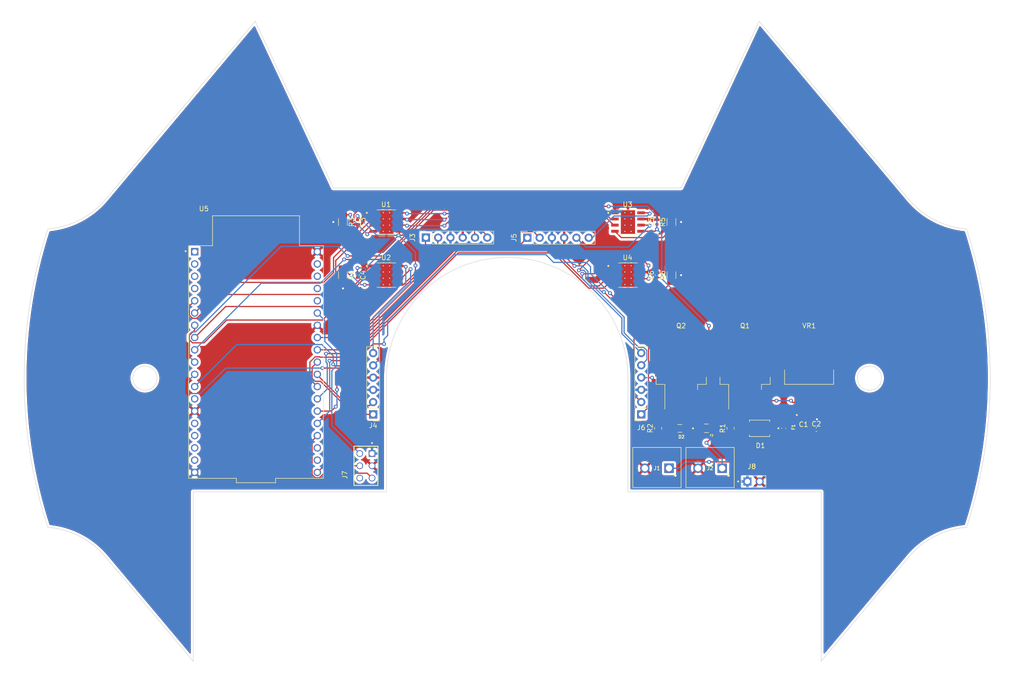
<source format=kicad_pcb>
(kicad_pcb (version 20211014) (generator pcbnew)
  (layers (0 "F.Cu" signal) (31 "B.Cu" signal) (34 "B.Paste" user) (35 "F.Paste" user) (36 "B.SilkS" user "B.Silkscreen") (37 "F.SilkS" user "F.Silkscreen") (38 "B.Mask" user) (39 "F.Mask" user) (44 "Edge.Cuts" user))
  (net 0 "")
  (net 1 "/VL")
  (net 2 "GND")
  (net 3 "+5V")
  (net 4 "/VM")
  (net 5 "Net-(D1-Pad1)")
  (net 6 "Net-(D1-Pad2)")
  (net 7 "Net-(D2-PadA)")
  (net 8 "Net-(D2-PadC)")
  (net 9 "+7.5V")
  (net 10 "+15V")
  (net 11 "/M1ENCB")
  (net 12 "/M1ENCA")
  (net 13 "Net-(J3-Pad5)")
  (net 14 "Net-(J3-Pad6)")
  (net 15 "/M2ENCB")
  (net 16 "/M2ENCA")
  (net 17 "Net-(J4-Pad5)")
  (net 18 "Net-(J4-Pad6)")
  (net 19 "/M3ENCB")
  (net 20 "/M3ENCA")
  (net 21 "Net-(J5-Pad5)")
  (net 22 "Net-(J5-Pad6)")
  (net 23 "/M4ENCB")
  (net 24 "/M4ENCA")
  (net 25 "Net-(J6-Pad5)")
  (net 26 "Net-(J6-Pad6)")
  (net 27 "/SDA{slash}MOSI")
  (net 28 "/SCL")
  (net 29 "/RST")
  (net 31 "Net-(Q1-Pad1)")
  (net 32 "Net-(Q2-Pad1)")
  (net 33 "Net-(R3-Pad1)")
  (net 34 "Net-(R4-Pad1)")
  (net 35 "Net-(R5-Pad1)")
  (net 36 "Net-(R6-Pad1)")
  (net 37 "Net-(U1-Pad2)")
  (net 38 "Net-(U1-Pad3)")
  (net 39 "Net-(U2-Pad2)")
  (net 40 "Net-(U2-Pad3)")
  (net 41 "Net-(U3-Pad2)")
  (net 42 "Net-(U3-Pad3)")
  (net 43 "Net-(U4-Pad2)")
  (net 44 "Net-(U4-Pad3)")
  (footprint "UA7805CKTTR:TO254P1524X483-4N" (layer "F.Cu") (at 212.5 95.98 90)
    (fp_text reference "VR1")
    (fp_text value "UA7805CKTTR")
  )
  (footprint "Resistor_SMD:R_1206_3216Metric" (layer "F.Cu") (at 184 65 90)
    (fp_text reference "R5")
    (fp_text value "200R")
  )
  (footprint "BZT52B13_RHGzener13:DIO_BZT52B13_RHG" (layer "F.Cu") (at 185.75 107.75 180)
    (fp_text reference "D2")
    (fp_text value "BZT52B13_RHG")
  )
  (footprint "Package_TO_SOT_SMD:TO-263-2" (layer "F.Cu") (at 199.25 95.68 90)
    (fp_text reference "Q1")
    (fp_text value "IRLZ44N")
  )
  (footprint "Connector_PinSocket_2.54mm:PinSocket_1x06_P2.54mm_Vertical" (layer "F.Cu") (at 133.175 68.225 90)
    (fp_text reference "J3")
    (fp_text value "Conn_01x06_Male")
  )
  (footprint "Resistor_SMD:R_1206_3216Metric" (layer "F.Cu") (at 184 76 90)
    (fp_text reference "R6")
    (fp_text value "200R")
  )
  (footprint "Connector_PinSocket_2.54mm:PinSocket_1x06_P2.54mm_Vertical" (layer "F.Cu") (at 154.175 68.25 90)
    (fp_text reference "J5")
    (fp_text value "Conn_01x06_Male")
  )
  (footprint "Connector_PinSocket_2.54mm:PinSocket_1x06_P2.54mm_Vertical" (layer "F.Cu") (at 177.75 104.83 180)
    (fp_text reference "J6")
    (fp_text value "Conn_01x06_Male")
  )
  (footprint "DRV8870DDAR:VREG_LM5017MR_NOPB" (layer "F.Cu") (at 125 65)
    (fp_text reference "U1")
    (fp_text value "DRV8870DDAR")
  )
  (footprint "Resistor_SMD:R_0805_2012Metric" (layer "F.Cu") (at 196.25 107.73 90)
    (fp_text reference "R1")
    (fp_text value "420R")
  )
  (footprint "Capacitor_SMD:C_0402_1005Metric" (layer "F.Cu") (at 181 76 90)
    (fp_text reference "C6")
    (fp_text value "0.1UF20V")
  )
  (footprint "2 Position Wire to Board Terminal Block Horizontal with Board 0.197 (5:2 Position Wire to Board Terminal Block Horizontal with Board 0.197 (5.00mm) Through Hole" (layer "F.Cu") (at 192 116 180)
    (fp_text reference "J2")
    (fp_text value "4s Li-Po")
  )
  (footprint "2con78511-202:AMPHENOL_78511-202" (layer "F.Cu") (at 201 118.75)
    (fp_text reference "J8")
    (fp_text value "78511-202")
  )
  (footprint "0686F2000-01FUSE:FUSC1608X60N" (layer "F.Cu") (at 207.25 107.73 90)
    (fp_text reference "F1")
    (fp_text value "Fuse2A")
  )
  (footprint "DRV8870DDAR:VREG_LM5017MR_NOPB" (layer "F.Cu") (at 125 76)
    (fp_text reference "U2")
    (fp_text value "DRV8870DDAR")
  )
  (footprint "SSQ-103-01-T-D:SAMTEC_SSQ-103-01-T-D" (layer "F.Cu") (at 120.75 115.5 90)
    (fp_text reference "J7")
    (fp_text value "SSQ-103-01-T-D")
  )
  (footprint "SODFL4725X110Nzener6:SODFL4725X110N" (layer "F.Cu") (at 202.25 107.73 180)
    (fp_text reference "D1")
    (fp_text value "Zener6.6V")
  )
  (footprint "Capacitor_SMD:C_0201_0603Metric" (layer "F.Cu") (at 211.345 107.98)
    (fp_text reference "C1")
    (fp_text value "0.33UF20V")
  )
  (footprint "FUSC3215X85N:FUSC3215X85N" (layer "F.Cu") (at 191.25 107.73 180)
    (fp_text reference "F2")
    (fp_text value "Fuse20A")
  )
  (footprint "DRV8870DDAR:VREG_LM5017MR_NOPB" (layer "F.Cu") (at 175 65)
    (fp_text reference "U3")
    (fp_text value "DRV8870DDAR")
  )
  (footprint "Capacitor_SMD:C_0402_1005Metric" (layer "F.Cu") (at 181 65 90)
    (fp_text reference "C5")
    (fp_text value "0.1UF20V")
  )
  (footprint "Resistor_SMD:R_0805_2012Metric" (layer "F.Cu") (at 181.25 107.73 90)
    (fp_text reference "R2")
    (fp_text value "420R")
  )
  (footprint "DRV8870DDAR:VREG_LM5017MR_NOPB" (layer "F.Cu") (at 175 76)
    (fp_text reference "U4")
    (fp_text value "DRV8870DDAR")
  )
  (footprint "2 Position Wire to Board Terminal Block Horizontal with Board 0.197 (5:2 Position Wire to Board Terminal Block Horizontal with Board 0.197 (5.00mm) Through Hole" (layer "F.Cu") (at 181 116 180)
    (fp_text reference "J1")
    (fp_text value "2S Li-Po")
  )
  (footprint "Resistor_SMD:R_1206_3216Metric" (layer "F.Cu") (at 116 76 -90)
    (fp_text reference "R4")
    (fp_text value "200R")
  )
  (footprint "Connector_PinHeader_2.54mm:PinHeader_1x06_P2.54mm_Vertical" (layer "F.Cu") (at 122.25 104.85 180)
    (fp_text reference "J4")
    (fp_text value "Conn_01x06_Male")
  )
  (footprint "Capacitor_SMD:C_0402_1005Metric" (layer "F.Cu") (at 214 108)
    (fp_text reference "C2")
    (fp_text value "0.1UF20V")
  )
  (footprint "Resistor_SMD:R_1206_3216Metric" (layer "F.Cu") (at 116 65 -90)
    (fp_text reference "R3")
    (fp_text value "200R")
  )
  (footprint "Capacitor_SMD:C_0402_1005Metric" (layer "F.Cu") (at 119 76 -90)
    (fp_text reference "C4")
    (fp_text value "0.1UF20V")
  )
  (footprint "Package_TO_SOT_SMD:TO-263-2" (layer "F.Cu") (at 186.025 95.68 90)
    (fp_text reference "Q2")
    (fp_text value "IRLZ44N")
  )
  (footprint "Capacitor_SMD:C_0402_1005Metric" (layer "F.Cu") (at 119 65 -90)
    (fp_text reference "C3")
    (fp_text value "0.1UF20V")
  )
  (footprint "ESP32-DEVKITC:MODULE_ESP32-DEVKITC" (layer "F.Cu") (at 98 94)
    (fp_text reference "U5")
    (fp_text value "ESP32-DEVKITC")
  )
  (gr_arc (start 245.107027 66.440684) (mid 238.480728 64.548781) (end 233.098578 60.245343) (layer "Edge.Cuts") (width 0.1))
  (gr_circle (center 75 97.338147) (end 75 94.838147) (layer "Edge.Cuts") (width 0.1) (fill none))
  (gr_circle (center 225 97.338147) (end 225 94.838147) (layer "Edge.Cuts") (width 0.1) (fill none))
  (gr_arc (start 66.90142 60.245343) (mid 61.519267 64.548777) (end 54.892971 66.440684) (layer "Edge.Cuts") (width 0.1))
  (gr_line (start 233.098578 60.245343) (end 202.172259 23.388791) (layer "Edge.Cuts") (width 0.1))
  (gr_line (start 202.172259 23.388791) (end 185.999999 57.921956) (layer "Edge.Cuts") (width 0.1))
  (gr_line (start 124.999999 120.895385) (end 124.999999 97.338148) (layer "Edge.Cuts") (width 0.1))
  (gr_line (start 66.90142 134.430953) (end 85 156) (layer "Edge.Cuts") (width 0.1))
  (gr_line (start 174.999999 97.338148) (end 174.999999 120.895385) (layer "Edge.Cuts") (width 0.1))
  (gr_arc (start 233.098579 134.430952) (mid 238.480731 130.127518) (end 245.107027 128.235611) (layer "Edge.Cuts") (width 0.1))
  (gr_line (start 185.999999 57.921956) (end 113.999999 57.921956) (layer "Edge.Cuts") (width 0.1))
  (gr_arc (start 54.892971 128.235612) (mid 49.999999 97.338148) (end 54.892971 66.440684) (layer "Edge.Cuts") (width 0.1))
  (gr_line (start 97.82774 23.388791) (end 66.90142 60.245343) (layer "Edge.Cuts") (width 0.1))
  (gr_line (start 85 120.895385) (end 124.999999 120.895385) (layer "Edge.Cuts") (width 0.1))
  (gr_arc (start 245.107027 66.440684) (mid 249.999999 97.338147) (end 245.107027 128.235611) (layer "Edge.Cuts") (width 0.1))
  (gr_line (start 215 155.999999) (end 233.098579 134.430952) (layer "Edge.Cuts") (width 0.1))
  (gr_line (start 174.999999 120.895385) (end 215 120.895385) (layer "Edge.Cuts") (width 0.1))
  (gr_arc (start 124.999999 97.338147) (mid 150 72.338148) (end 174.999999 97.338148) (layer "Edge.Cuts") (width 0.1))
  (gr_line (start 215 120.895385) (end 215 155.999999) (layer "Edge.Cuts") (width 0.1))
  (gr_line (start 113.999999 57.921956) (end 97.82774 23.388791) (layer "Edge.Cuts") (width 0.1))
  (gr_line (start 85 156) (end 85 120.895385) (layer "Edge.Cuts") (width 0.1))
  (gr_arc (start 54.892971 128.235612) (mid 61.519267 130.127519) (end 66.90142 134.430953) (layer "Edge.Cuts") (width 0.1))
  (segment (start 209.96 106.915) (end 209.96 102.38) (width 0.25) (layer "F.Cu") (net 1))
  (segment (start 209.96 102.38) (end 209.13 102.38) (width 0.25) (layer "F.Cu") (net 1))
  (segment (start 211.025 107.98) (end 209.96 106.915) (width 0.25) (layer "F.Cu") (net 1))
  (segment (start 209.13 102.38) (end 208.75 102) (width 0.25) (layer "F.Cu") (net 1))
  (segment (start 205.75 102) (end 202.335 102) (width 0.25) (layer "F.Cu") (net 1))
  (segment (start 202.335 102) (end 201.79 101.455) (width 0.25) (layer "F.Cu") (net 1))
  (via (at 208.75 102) (size 0.8) (drill 0.4) (layers "F.Cu" "B.Cu") (net 1))
  (via (at 205.75 102) (size 0.8) (drill 0.4) (layers "F.Cu" "B.Cu") (net 1))
  (segment (start 208.75 102) (end 205.75 102) (width 0.25) (layer "B.Cu") (net 1))
  (segment (start 122.3 74.095) (end 122.816752 74.095) (width 0.25) (layer "F.Cu") (net 2))
  (segment (start 121.716213 74.095) (end 122.3 74.095) (width 0.25) (layer "F.Cu") (net 2))
  (segment (start 119 65.48) (end 118.645 65.125) (width 0.25) (layer "F.Cu") (net 2))
  (segment (start 127.7 64.365) (end 126.385 64.365) (width 0.25) (layer "F.Cu") (net 2))
  (segment (start 173.875 75.546752) (end 174.328248 76) (width 0.25) (layer "F.Cu") (net 2))
  (segment (start 124.328248 76) (end 125 76) (width 0.25) (layer "F.Cu") (net 2))
  (segment (start 123.875 75.153248) (end 123.875 75.546752) (width 0.25) (layer "F.Cu") (net 2))
  (segment (start 118.275 63.449695) (end 119.224695 62.5) (width 0.25) (layer "F.Cu") (net 2))
  (segment (start 119.331213 76.48) (end 121.716213 74.095) (width 0.25) (layer "F.Cu") (net 2))
  (segment (start 118.637391 65.125) (end 118.275 64.762609) (width 0.25) (layer "F.Cu") (net 2))
  (segment (start 119.224695 62.5) (end 121 62.5) (width 0.25) (layer "F.Cu") (net 2))
  (segment (start 129.115 64.365) (end 129.25 64.5) (width 0.25) (layer "F.Cu") (net 2))
  (segment (start 118.275 64.762609) (end 118.275 63.449695) (width 0.25) (layer "F.Cu") (net 2))
  (segment (start 121 62.5) (end 121.595 63.095) (width 0.25) (layer "F.Cu") (net 2))
  (segment (start 127.7 64.365) (end 129.115 64.365) (width 0.25) (layer "F.Cu") (net 2))
  (segment (start 177.065 76) (end 177.7 75.365) (width 0.25) (layer "F.Cu") (net 2))
  (segment (start 127.7 75.365) (end 126.125001 75.365) (width 0.25) (layer "F.Cu") (net 2))
  (segment (start 121.595 63.095) (end 122.3 63.095) (width 0.25) (layer "F.Cu") (net 2))
  (segment (start 119 76.48) (end 119.331213 76.48) (width 0.25) (layer "F.Cu") (net 2))
  (segment (start 172.816752 74.095) (end 173.875 75.153248) (width 0.25) (layer "F.Cu") (net 2))
  (segment (start 122.816752 74.095) (end 123.875 75.153248) (width 0.25) (layer "F.Cu") (net 2))
  (segment (start 174.328248 76) (end 175 76) (width 0.25) (layer "F.Cu") (net 2))
  (segment (start 123.875 75.546752) (end 124.328248 76) (width 0.25) (layer "F.Cu") (net 2))
  (segment (start 173.875 75.153248) (end 173.875 75.546752) (width 0.25) (layer "F.Cu") (net 2))
  (segment (start 118.645 65.125) (end 118.637391 65.125) (width 0.25) (layer "F.Cu") (net 2))
  (segment (start 175 76) (end 177.065 76) (width 0.25) (layer "F.Cu") (net 2))
  (segment (start 172.3 74.095) (end 172.816752 74.095) (width 0.25) (layer "F.Cu") (net 2))
  (via (at 137 64.5) (size 0.8) (drill 0.4) (layers "F.Cu" "B.Cu") (net 2))
  (via (at 180 97.25) (size 0.8) (drill 0.4) (layers "F.Cu" "B.Cu") (net 2))
  (via (at 129.25 64.5) (size 0.8) (drill 0.4) (layers "F.Cu" "B.Cu") (net 2))
  (segment (start 129.25 64.5) (end 137 64.5) (width 0.25) (layer "B.Cu") (net 2))
  (segment (start 177.75 97.21) (end 177.79 97.25) (width 0.25) (layer "B.Cu") (net 2))
  (segment (start 177.79 97.25) (end 180 97.25) (width 0.25) (layer "B.Cu") (net 2))
  (segment (start 115.4625 66.4625) (end 114 65) (width 0.25) (layer "F.Cu") (net 3))
  (segment (start 184.5375 74.5375) (end 184 74.5375) (width 0.25) (layer "F.Cu") (net 3))
  (segment (start 186 76) (end 184.5375 74.5375) (width 0.25) (layer "F.Cu") (net 3))
  (segment (start 215.04 102.38) (end 215.04 104.94) (width 0.25) (layer "F.Cu") (net 3))
  (segment (start 213.5 106.48) (end 213.98 106) (width 0.25) (layer "F.Cu") (net 3))
  (segment (start 186 65) (end 184.5375 63.5375) (width 0.25) (layer "F.Cu") (net 3))
  (segment (start 215.04 104.94) (end 213.98 106) (width 0.25) (layer "F.Cu") (net 3))
  (segment (start 213.5 108) (end 213.5 106.48) (width 0.25) (layer "F.Cu") (net 3))
  (segment (start 116 66.4625) (end 115.4625 66.4625) (width 0.25) (layer "F.Cu") (net 3))
  (segment (start 184.5375 63.5375) (end 184 63.5375) (width 0.25) (layer "F.Cu") (net 3))
  (segment (start 116 78.75) (end 116 77.4625) (width 0.25) (layer "F.Cu") (net 3))
  (via (at 116 78.75) (size 0.8) (drill 0.4) (layers "F.Cu" "B.Cu") (net 3))
  (via (at 186 76) (size 0.8) (drill 0.4) (layers "F.Cu" "B.Cu") (net 3))
  (via (at 114 65) (size 0.8) (drill 0.4) (layers "F.Cu" "B.Cu") (net 3))
  (via (at 186 65) (size 0.8) (drill 0.4) (layers "F.Cu" "B.Cu") (net 3))
  (via (at 214.115 105.865) (size 0.8) (drill 0.4) (layers "F.Cu" "B.Cu") (net 3))
  (segment (start 182 76.5) (end 181.02 76.5) (width 0.25) (layer "F.Cu") (net 4))
  (segment (start 127.7 67.55) (end 127.5 67.75) (width 0.25) (layer "F.Cu") (net 4))
  (segment (start 128.594709 77.905) (end 127.7 77.905) (width 0.25) (layer "F.Cu") (net 4))
  (segment (start 181 66.5) (end 180.595 66.905) (width 0.25) (layer "F.Cu") (net 4))
  (segment (start 170 61.75) (end 169.875 61.625) (width 0.25) (layer "F.Cu") (net 4))
  (segment (start 169.875 61.625) (end 134.400305 61.625) (width 0.25) (layer "F.Cu") (net 4))
  (segment (start 131 74) (end 131 75.499709) (width 0.25) (layer "F.Cu") (net 4))
  (segment (start 180.595 66.905) (end 177.7 66.905) (width 0.25) (layer "F.Cu") (net 4))
  (segment (start 131 75.499709) (end 128.594709 77.905) (width 0.25) (layer "F.Cu") (net 4))
  (segment (start 179.575 77.905) (end 181 76.48) (width 0.25) (layer "F.Cu") (net 4))
  (segment (start 177.7 77.905) (end 179.575 77.905) (width 0.25) (layer "F.Cu") (net 4))
  (segment (start 119 75.52) (end 119 74.5) (width 0.25) (layer "F.Cu") (net 4))
  (segment (start 171 61.75) (end 170 61.75) (width 0.25) (layer "F.Cu") (net 4))
  (segment (start 127.7 66.905) (end 127.7 67.55) (width 0.25) (layer "F.Cu") (net 4))
  (segment (start 134.400305 61.625) (end 128.275305 67.75) (width 0.25) (layer "F.Cu") (net 4))
  (segment (start 119 63.75) (end 119 64.52) (width 0.25) (layer "F.Cu") (net 4))
  (segment (start 128.275305 67.75) (end 127.5 67.75) (width 0.25) (layer "F.Cu") (net 4))
  (segment (start 191.75 98.27) (end 191.75 86.5) (width 0.25) (layer "F.Cu") (net 4))
  (segment (start 188.565 101.455) (end 191.75 98.27) (width 0.25) (layer "F.Cu") (net 4))
  (segment (start 181.02 76.5) (end 181 76.48) (width 0.25) (layer "F.Cu") (net 4))
  (segment (start 181 65.48) (end 181 66.5) (width 0.25) (layer "F.Cu") (net 4))
  (via (at 131 74) (size 0.8) (drill 0.4) (layers "F.Cu" "B.Cu") (net 4))
  (via (at 127.5 67.75) (size 0.8) (drill 0.4) (layers "F.Cu" "B.Cu") (net 4))
  (via (at 182 76.5) (size 0.8) (drill 0.4) (layers "F.Cu" "B.Cu") (net 4))
  (via (at 119 63.75) (size 0.8) (drill 0.4) (layers "F.Cu" "B.Cu") (net 4))
  (via (at 191.75 86.5) (size 0.8) (drill 0.4) (layers "F.Cu" "B.Cu") (net 4))
  (via (at 119 74.5) (size 0.8) (drill 0.4) (layers "F.Cu" "B.Cu") (net 4))
  (via (at 181 66.5) (size 0.8) (drill 0.4) (layers "F.Cu" "B.Cu") (net 4))
  (via (at 171 61.75) (size 0.8) (drill 0.4) (layers "F.Cu" "B.Cu") (net 4))
  (segment (start 127.5 67.75) (end 123 67.75) (width 0.25) (layer "B.Cu") (net 4))
  (segment (start 181 66.5) (end 182 67.5) (width 0.25) (layer "B.Cu") (net 4))
  (segment (start 120.75 74.5) (end 127.5 67.75) (width 0.25) (layer "B.Cu") (net 4))
  (segment (start 179.025305 61.75) (end 181 63.724695) (width 0.25) (layer "B.Cu") (net 4))
  (segment (start 119 74.5) (end 120.75 74.5) (width 0.25) (layer "B.Cu") (net 4))
  (segment (start 131 71.25) (end 127.5 67.75) (width 0.25) (layer "B.Cu") (net 4))
  (segment (start 182 76.75) (end 182 76.5) (width 0.25) (layer "B.Cu") (net 4))
  (segment (start 182 67.5) (end 182 76.5) (width 0.25) (layer "B.Cu") (net 4))
  (segment (start 131 74) (end 131 71.25) (width 0.25) (layer "B.Cu") (net 4))
  (segment (start 181 63.724695) (end 181 66.5) (width 0.25) (layer "B.Cu") (net 4))
  (segment (start 171 61.75) (end 179.025305 61.75) (width 0.25) (layer "B.Cu") (net 4))
  (segment (start 191.75 86.5) (end 182 76.75) (width 0.25) (layer "B.Cu") (net 4))
  (segment (start 123 67.75) (end 119 63.75) (width 0.25) (layer "B.Cu") (net 4))
  (segment (start 204.45 107.73) (end 199.25 102.53) (width 0.25) (layer "F.Cu") (net 5))
  (segment (start 207.25 106.955) (end 205.225 106.955) (width 0.25) (layer "F.Cu") (net 5))
  (segment (start 199.25 102.53) (end 199.25 94.08) (width 0.25) (layer "F.Cu") (net 5))
  (segment (start 205.225 106.955) (end 204.45 107.73) (width 0.25) (layer "F.Cu") (net 5))
  (segment (start 200.05 107.73) (end 197.1625 107.73) (width 0.25) (layer "F.Cu") (net 6))
  (segment (start 197.1625 107.73) (end 196.25 108.6425) (width 0.25) (layer "F.Cu") (net 6))
  (segment (start 181.25 108.6425) (end 182.1425 107.75) (width 0.25) (layer "F.Cu") (net 7))
  (segment (start 182.1425 107.75) (end 184.32 107.75) (width 0.25) (layer "F.Cu") (net 7))
  (segment (start 186 92.33) (end 186.025 92.305) (width 0.25) (layer "F.Cu") (net 8))
  (segment (start 187.18 107.75) (end 189.825 107.75) (width 0.25) (layer "F.Cu") (net 8))
  (segment (start 187.18 107.75) (end 186 106.57) (width 0.25) (layer "F.Cu") (net 8))
  (segment (start 186 106.57) (end 186 92.33) (width 0.25) (layer "F.Cu") (net 8))
  (segment (start 189.825 107.75) (end 189.845 107.73) (width 0.25) (layer "F.Cu") (net 8))
  (segment (start 201.055 114.7) (end 207.25 108.505) (width 0.25) (layer "F.Cu") (net 9))
  (segment (start 191.8 114.7) (end 201.055 114.7) (width 0.25) (layer "F.Cu") (net 9))
  (via (at 191.8 114.7) (size 0.8) (drill 0.4) (layers "F.Cu" "B.Cu") (net 9))
  (segment (start 191.8 114.7) (end 186.78 114.7) (width 0.25) (layer "B.Cu") (net 9))
  (segment (start 186.78 114.7) (end 185.48 116) (width 0.25) (layer "B.Cu") (net 9))
  (segment (start 185.48 116) (end 183.5 116) (width 0.25) (layer "B.Cu") (net 9))
  (segment (start 192.655 109.325) (end 192.655 107.73) (width 0.25) (layer "F.Cu") (net 10))
  (segment (start 191.25 110.73) (end 192.655 109.325) (width 0.25) (layer "F.Cu") (net 10))
  (via (at 191.25 110.73) (size 0.8) (drill 0.4) (layers "F.Cu" "B.Cu") (net 10))
  (segment (start 194.5 114) (end 191.25 110.75) (width 0.25) (layer "B.Cu") (net 10))
  (segment (start 194.5 116) (end 194.5 114) (width 0.25) (layer "B.Cu") (net 10))
  (segment (start 191.25 110.75) (end 191.25 110.73) (width 0.25) (layer "B.Cu") (net 10))
  (segment (start 118.206105 88.93) (end 110.7 88.93) (width 0.25) (layer "F.Cu") (net 11))
  (segment (start 133.09 69) (end 133.09 74.046105) (width 0.25) (layer "F.Cu") (net 11))
  (segment (start 133.09 74.046105) (end 118.206105 88.93) (width 0.25) (layer "F.Cu") (net 11))
  (segment (start 135.63 72.142501) (end 116.302501 91.47) (width 0.25) (layer "F.Cu") (net 12))
  (segment (start 135.63 69) (end 135.63 72.142501) (width 0.25) (layer "F.Cu") (net 12))
  (segment (start 116.302501 91.47) (end 110.7 91.47) (width 0.25) (layer "F.Cu") (net 12))
  (segment (start 127.7 65.635) (end 129.135 65.635) (width 0.25) (layer "F.Cu") (net 13))
  (segment (start 140.763604 63.75) (end 143.25 66.236396) (width 0.25) (layer "F.Cu") (net 13))
  (segment (start 137 65.75) (end 139 63.75) (width 0.25) (layer "F.Cu") (net 13))
  (segment (start 139 63.75) (end 140.763604 63.75) (width 0.25) (layer "F.Cu") (net 13))
  (segment (start 129.135 65.635) (end 129.25 65.75) (width 0.25) (layer "F.Cu") (net 13))
  (segment (start 143.25 66.236396) (end 143.25 68.14) (width 0.25) (layer "F.Cu") (net 13))
  (via (at 137 65.75) (size 0.8) (drill 0.4) (layers "F.Cu" "B.Cu") (net 13))
  (via (at 129.25 65.75) (size 0.8) (drill 0.4) (layers "F.Cu" "B.Cu") (net 13))
  (segment (start 137 65.75) (end 129.25 65.75) (width 0.25) (layer "B.Cu") (net 13))
  (segment (start 145.79 67.79) (end 145.79 68.14) (width 0.25) (layer "F.Cu") (net 14))
  (segment (start 141.25 63.25) (end 145.79 67.79) (width 0.25) (layer "F.Cu") (net 14))
  (segment (start 129.095 63.095) (end 129.25 63.25) (width 0.25) (layer "F.Cu") (net 14))
  (segment (start 127.7 63.095) (end 129.095 63.095) (width 0.25) (layer "F.Cu") (net 14))
  (segment (start 137.012548 63.25) (end 141.25 63.25) (width 0.25) (layer "F.Cu") (net 14))
  (via (at 137.012548 63.25) (size 0.8) (drill 0.4) (layers "F.Cu" "B.Cu") (net 14))
  (via (at 129.25 63.25) (size 0.8) (drill 0.4) (layers "F.Cu" "B.Cu") (net 14))
  (segment (start 137.012548 63.25) (end 129.25 63.25) (width 0.25) (layer "B.Cu") (net 14))
  (segment (start 118.213604 104.85) (end 111.363604 98) (width 0.25) (layer "F.Cu") (net 15))
  (segment (start 122.25 104.85) (end 118.213604 104.85) (width 0.25) (layer "F.Cu") (net 15))
  (segment (start 109.61 97.361493) (end 109.61 95.1) (width 0.25) (layer "F.Cu") (net 15))
  (segment (start 109.61 95.1) (end 110.7 94.01) (width 0.25) (layer "F.Cu") (net 15))
  (segment (start 111.363604 98) (end 110.248507 98) (width 0.25) (layer "F.Cu") (net 15))
  (segment (start 110.248507 98) (end 109.61 97.361493) (width 0.25) (layer "F.Cu") (net 15))
  (segment (start 110.7 96.7) (end 110.7 96.55) (width 0.25) (layer "F.Cu") (net 16))
  (segment (start 117 103) (end 110.7 96.7) (width 0.25) (layer "F.Cu") (net 16))
  (segment (start 122.25 102.31) (end 121.56 103) (width 0.25) (layer "F.Cu") (net 16))
  (segment (start 121.56 103) (end 117 103) (width 0.25) (layer "F.Cu") (net 16))
  (segment (start 128.115 76.635) (end 130 74.75) (width 0.25) (layer "F.Cu") (net 17))
  (segment (start 127.7 76.635) (end 128.115 76.635) (width 0.25) (layer "F.Cu") (net 17))
  (via (at 130 74.75) (size 0.8) (drill 0.4) (layers "F.Cu" "B.Cu") (net 17))
  (segment (start 130 77.636396) (end 123.5 84.136396) (width 0.25) (layer "B.Cu") (net 17))
  (segment (start 123.5 93.44) (end 122.25 94.69) (width 0.25) (layer "B.Cu") (net 17))
  (segment (start 123.5 84.136396) (end 123.5 93.44) (width 0.25) (layer "B.Cu") (net 17))
  (segment (start 130 74.75) (end 130 77.636396) (width 0.25) (layer "B.Cu") (net 17))
  (segment (start 128.845 74.095) (end 129 74.25) (width 0.25) (layer "F.Cu") (net 18))
  (segment (start 127.7 74.095) (end 128.845 74.095) (width 0.25) (layer "F.Cu") (net 18))
  (via (at 129 74.25) (size 0.8) (drill 0.4) (layers "F.Cu" "B.Cu") (net 18))
  (segment (start 129 74.25) (end 129 78) (width 0.25) (layer "B.Cu") (net 18))
  (segment (start 122.25 84.75) (end 122.25 92.15) (width 0.25) (layer "B.Cu") (net 18))
  (segment (start 129 78) (end 122.25 84.75) (width 0.25) (layer "B.Cu") (net 18))
  (segment (start 110.248507 92.92) (end 109.16 94.008507) (width 0.25) (layer "F.Cu") (net 19))
  (segment (start 111.151493 92.92) (end 110.248507 92.92) (width 0.25) (layer "F.Cu") (net 19))
  (segment (start 139.186396 69.95) (end 116.136396 93) (width 0.25) (layer "F.Cu") (net 19))
  (segment (start 111.231493 93) (end 111.151493 92.92) (width 0.25) (layer "F.Cu") (net 19))
  (segment (start 109.16 97.55) (end 110.7 99.09) (width 0.25) (layer "F.Cu") (net 19))
  (segment (start 116.136396 93) (end 111.231493 93) (width 0.25) (layer "F.Cu") (net 19))
  (segment (start 154.175 68.25) (end 152.475 69.95) (width 0.25) (layer "F.Cu") (net 19))
  (segment (start 109.16 94.008507) (end 109.16 97.55) (width 0.25) (layer "F.Cu") (net 19))
  (segment (start 152.475 69.95) (end 139.186396 69.95) (width 0.25) (layer "F.Cu") (net 19))
  (segment (start 112.5 92.2755) (end 112.5255 92.25) (width 0.25) (layer "F.Cu") (net 20))
  (segment (start 149.72 67) (end 155.465 67) (width 0.25) (layer "F.Cu") (net 20))
  (segment (start 139 69.5) (end 147.22 69.5) (width 0.25) (layer "F.Cu") (net 20))
  (segment (start 147.22 69.5) (end 149.72 67) (width 0.25) (layer "F.Cu") (net 20))
  (segment (start 155.465 67) (end 156.715 68.25) (width 0.25) (layer "F.Cu") (net 20))
  (segment (start 112.5255 92.25) (end 116.25 92.25) (width 0.25) (layer "F.Cu") (net 20))
  (segment (start 116.25 92.25) (end 139 69.5) (width 0.25) (layer "F.Cu") (net 20))
  (via (at 112.5 92.2755) (size 0.8) (drill 0.4) (layers "F.Cu" "B.Cu") (net 20))
  (segment (start 112.75 94.275305) (end 112.75 99.58) (width 0.25) (layer "B.Cu") (net 20))
  (segment (start 112.5 94.025305) (end 112.75 94.275305) (width 0.25) (layer "B.Cu") (net 20))
  (segment (start 112.75 99.58) (end 110.7 101.63) (width 0.25) (layer "B.Cu") (net 20))
  (segment (start 112.5 92.2755) (end 112.5 94.025305) (width 0.25) (layer "B.Cu") (net 20))
  (segment (start 177.7 65.635) (end 179.385 65.635) (width 0.25) (layer "F.Cu") (net 21))
  (segment (start 179.385 65.635) (end 179.5 65.75) (width 0.25) (layer "F.Cu") (net 21))
  (via (at 179.5 65.75) (size 0.8) (drill 0.4) (layers "F.Cu" "B.Cu") (net 21))
  (segment (start 179.5 65.75) (end 175.075 70.175) (width 0.25) (layer "B.Cu") (net 21))
  (segment (start 175.075 70.175) (end 166.26 70.175) (width 0.25) (layer "B.Cu") (net 21))
  (segment (start 166.26 70.175) (end 164.335 68.25) (width 0.25) (layer "B.Cu") (net 21))
  (segment (start 179.345 63.095) (end 179.5 63.25) (width 0.25) (layer "F.Cu") (net 22))
  (segment (start 177.7 63.095) (end 179.345 63.095) (width 0.25) (layer "F.Cu") (net 22))
  (via (at 179.5 63.25) (size 0.8) (drill 0.4) (layers "F.Cu" "B.Cu") (net 22))
  (segment (start 179 63.75) (end 172.125 63.75) (width 0.25) (layer "B.Cu") (net 22))
  (segment (start 167.625 68.25) (end 166.875 68.25) (width 0.25) (layer "B.Cu") (net 22))
  (segment (start 172.125 63.75) (end 167.625 68.25) (width 0.25) (layer "B.Cu") (net 22))
  (segment (start 179.5 63.25) (end 179 63.75) (width 0.25) (layer "B.Cu") (net 22))
  (segment (start 179.25 87.700802) (end 171.274599 79.725401) (width 0.25) (layer "F.Cu") (net 23))
  (segment (start 113.58 104.17) (end 110.7 104.17) (width 0.25) (layer "F.Cu") (net 23))
  (segment (start 179.25 103.33) (end 179.25 101.5) (width 0.25) (layer "F.Cu") (net 23))
  (segment (start 124.5 90.25) (end 122.25 90.25) (width 0.25) (layer "F.Cu") (net 23))
  (segment (start 179.25 101.5) (end 179.25 87.700802) (width 0.25) (layer "F.Cu") (net 23))
  (segment (start 114.5 103.25) (end 113.58 104.17) (width 0.25) (layer "F.Cu") (net 23))
  (segment (start 114.75 97.75) (end 114.75 99.5) (width 0.25) (layer "F.Cu") (net 23))
  (segment (start 122.25 90.25) (end 114.75 97.75) (width 0.25) (layer "F.Cu") (net 23))
  (segment (start 177.75 104.83) (end 179.25 103.33) (width 0.25) (layer "F.Cu") (net 23))
  (via (at 124.5 90.25) (size 0.8) (drill 0.4) (layers "F.Cu" "B.Cu") (net 23))
  (via (at 171.274599 79.725401) (size 0.8) (drill 0.4) (layers "F.Cu" "B.Cu") (net 23))
  (via (at 114.5 103.25) (size 0.8) (drill 0.4) (layers "F.Cu" "B.Cu") (net 23))
  (via (at 114.762299 99.737701) (size 0.8) (drill 0.4) (layers "F.Cu" "B.Cu") (net 23))
  (segment (start 171.274599 79.725401) (end 167.25 75.700802) (width 0.25) (layer "B.Cu") (net 23))
  (segment (start 139 71.75) (end 125.25 85.5) (width 0.25) (layer "B.Cu") (net 23))
  (segment (start 114.762299 99.737701) (end 114.762299 102.987701) (width 0.25) (layer "B.Cu") (net 23))
  (segment (start 125.25 85.5) (end 125.25 88.5) (width 0.25) (layer "B.Cu") (net 23))
  (segment (start 125.25 88.5) (end 124.5 89.25) (width 0.25) (layer "B.Cu") (net 23))
  (segment (start 159.60895 73.35895) (end 158 71.75) (width 0.25) (layer "B.Cu") (net 23))
  (segment (start 114.762299 102.987701) (end 114.5 103.25) (width 0.25) (layer "B.Cu") (net 23))
  (segment (start 166.35895 73.35895) (end 159.60895 73.35895) (width 0.25) (layer "B.Cu") (net 23))
  (segment (start 124.5 89.25) (end 124.5 90.25) (width 0.25) (layer "B.Cu") (net 23))
  (segment (start 167.25 74.25) (end 166.35895 73.35895) (width 0.25) (layer "B.Cu") (net 23))
  (segment (start 167.25 75.700802) (end 167.25 74.25) (width 0.25) (layer "B.Cu") (net 23))
  (segment (start 158 71.75) (end 139 71.75) (width 0.25) (layer "B.Cu") (net 23))
  (segment (start 116.252708 93.7245) (end 139.477208 70.5) (width 0.25) (layer "F.Cu") (net 24))
  (segment (start 176.25 100.79) (end 176.25 85.725402) (width 0.25) (layer "F.Cu") (net 24))
  (segment (start 176.25 85.725402) (end 170.012299 79.487701) (width 0.25) (layer "F.Cu") (net 24))
  (segment (start 177.75 102.29) (end 176.25 100.79) (width 0.25) (layer "F.Cu") (net 24))
  (segment (start 160.3321 70.5) (end 163.91605 74.08395) (width 0.25) (layer "F.Cu") (net 24))
  (segment (start 139.477208 70.5) (end 160.3321 70.5) (width 0.25) (layer "F.Cu") (net 24))
  (segment (start 113.2245 93.7245) (end 116.252708 93.7245) (width 0.25) (layer "F.Cu") (net 24))
  (via (at 113.2245 93.7245) (size 0.8) (drill 0.4) (layers "F.Cu" "B.Cu") (net 24))
  (via (at 163.91605 74.08395) (size 0.8) (drill 0.4) (layers "F.Cu" "B.Cu") (net 24))
  (via (at 170.012299 79.487701) (size 0.8) (drill 0.4) (layers "F.Cu" "B.Cu") (net 24))
  (segment (start 166.71605 76.579654) (end 166.71605 75.222249) (width 0.25) (layer "B.Cu") (net 24))
  (segment (start 166.71605 75.222249) (end 165.577751 74.08395) (width 0.25) (layer "B.Cu") (net 24))
  (segment (start 170.012299 79.487701) (end 169.624097 79.487701) (width 0.25) (layer "B.Cu") (net 24))
  (segment (start 169.624097 79.487701) (end 166.71605 76.579654) (width 0.25) (layer "B.Cu") (net 24))
  (segment (start 165.577751 74.08395) (end 163.91605 74.08395) (width 0.25) (layer "B.Cu") (net 24))
  (segment (start 113.2245 93.7245) (end 113.25 93.75) (width 0.25) (layer "B.Cu") (net 24))
  (segment (start 113.25 104.16) (end 110.7 106.71) (width 0.25) (layer "B.Cu") (net 24))
  (segment (start 113.25 93.75) (end 113.25 104.16) (width 0.25) (layer "B.Cu") (net 24))
  (segment (start 177.815 76.75) (end 177.7 76.635) (width 0.25) (layer "F.Cu") (net 25))
  (segment (start 179.25 76.75) (end 177.815 76.75) (width 0.25) (layer "F.Cu") (net 25))
  (segment (start 167.53649 72.3) (end 177.55 72.3) (width 0.25) (layer "F.Cu") (net 25))
  (segment (start 164.834295 75.002195) (end 167.53649 72.3) (width 0.25) (layer "F.Cu") (net 25))
  (segment (start 177.55 72.3) (end 179.25 74) (width 0.25) (layer "F.Cu") (net 25))
  (via (at 179.25 74) (size 0.8) (drill 0.4) (layers "F.Cu" "B.Cu") (net 25))
  (via (at 179.25 76.75) (size 0.8) (drill 0.4) (layers "F.Cu" "B.Cu") (net 25))
  (via (at 164.834295 75.002195) (size 0.8) (drill 0.4) (layers "F.Cu" "B.Cu") (net 25))
  (segment (start 177.211396 90.955) (end 178.236701 90.955) (width 0.25) (layer "B.Cu") (net 25))
  (segment (start 166.26605 75.408645) (end 166.26605 76.76605) (width 0.25) (layer "B.Cu") (net 25))
  (segment (start 164.834295 75.002195) (end 164.85254 74.98395) (width 0.25) (layer "B.Cu") (net 25))
  (segment (start 178.925 91.643299) (end 178.925 93.495) (width 0.25) (layer "B.Cu") (net 25))
  (segment (start 178.236701 90.955) (end 178.925 91.643299) (width 0.25) (layer "B.Cu") (net 25))
  (segment (start 166.26605 76.76605) (end 174.2 84.7) (width 0.25) (layer "B.Cu") (net 25))
  (segment (start 174.2 84.7) (end 174.2 87.943604) (width 0.25) (layer "B.Cu") (net 25))
  (segment (start 178.925 93.495) (end 177.75 94.67) (width 0.25) (layer "B.Cu") (net 25))
  (segment (start 165.841355 74.98395) (end 166.26605 75.408645) (width 0.25) (layer "B.Cu") (net 25))
  (segment (start 174.2 87.943604) (end 177.211396 90.955) (width 0.25) (layer "B.Cu") (net 25))
  (segment (start 179.25 74) (end 179.25 76.75) (width 0.25) (layer "B.Cu") (net 25))
  (segment (start 164.85254 74.98395) (end 165.841355 74.98395) (width 0.25) (layer "B.Cu") (net 25))
  (segment (start 176.355 72.75) (end 177.7 74.095) (width 0.25) (layer "F.Cu") (net 26))
  (segment (start 168.04105 75.70895) (end 171 72.75) (width 0.25) (layer "F.Cu") (net 26))
  (segment (start 165.54105 75.70895) (end 168.04105 75.70895) (width 0.25) (layer "F.Cu") (net 26))
  (segment (start 171 72.75) (end 176.355 72.75) (width 0.25) (layer "F.Cu") (net 26))
  (via (at 165.54105 75.70895) (size 0.8) (drill 0.4) (layers "F.Cu" "B.Cu") (net 26))
  (segment (start 165.54105 75.70895) (end 165.54105 76.677446) (width 0.25) (layer "B.Cu") (net 26))
  (segment (start 173.75 88.13) (end 177.75 92.13) (width 0.25) (layer "B.Cu") (net 26))
  (segment (start 165.54105 76.677446) (end 173.75 84.886396) (width 0.25) (layer "B.Cu") (net 26))
  (segment (start 173.75 84.886396) (end 173.75 88.13) (width 0.25) (layer "B.Cu") (net 26))
  (segment (start 112.25 89.75) (end 114.6995 92.1995) (width 0.25) (layer "B.Cu") (net 27))
  (segment (start 113.7 95.774305) (end 113.7 107.18) (width 0.25) (layer "B.Cu") (net 27))
  (segment (start 112.25 85.4) (end 112.25 89.75) (width 0.25) (layer "B.Cu") (net 27))
  (segment (start 114.6995 92.1995) (end 114.6995 94.774805) (width 0.25) (layer "B.Cu") (net 27))
  (segment (start 114.6995 94.774805) (end 113.7 95.774305) (width 0.25) (layer "B.Cu") (net 27))
  (segment (start 113.7 107.18) (end 119.48 112.96) (width 0.25) (layer "B.Cu") (net 27))
  (segment (start 110.7 83.85) (end 112.25 85.4) (width 0.25) (layer "B.Cu") (net 27))
  (segment (start 112.07 115.5) (end 110.7 116.87) (width 0.25) (layer "F.Cu") (net 28))
  (segment (start 119.48 115.5) (end 112.07 115.5) (width 0.25) (layer "F.Cu") (net 28))
  (segment (start 112.081493 117.03) (end 111.151493 117.96) (width 0.25) (layer "F.Cu") (net 29))
  (segment (start 111.151493 117.96) (end 110.248507 117.96) (width 0.25) (layer "F.Cu") (net 29))
  (segment (start 109.61 110.34) (end 110.7 109.25) (width 0.25) (layer "F.Cu") (net 29))
  (segment (start 109.61 117.321493) (end 109.61 110.34) (width 0.25) (layer "F.Cu") (net 29))
  (segment (start 110.248507 117.96) (end 109.61 117.321493) (width 0.25) (layer "F.Cu") (net 29))
  (segment (start 121.01 117.03) (end 112.081493 117.03) (width 0.25) (layer "F.Cu") (net 29))
  (segment (start 122.02 118.04) (end 121.01 117.03) (width 0.25) (layer "F.Cu") (net 29))
  (segment (start 196.71 106.3575) (end 196.71 101.455) (width 0.25) (layer "F.Cu") (net 31))
  (segment (start 196.25 106.8175) (end 196.71 106.3575) (width 0.25) (layer "F.Cu") (net 31))
  (segment (start 181.25 106.8175) (end 183.485 104.5825) (width 0.25) (layer "F.Cu") (net 32))
  (segment (start 183.485 104.5825) (end 183.485 101.455) (width 0.25) (layer "F.Cu") (net 32))
  (segment (start 116.0375 63.5) (end 116 63.5375) (width 0.25) (layer "F.Cu") (net 33))
  (segment (start 121.6556 66.905) (end 121.0303 67.5303) (width 0.25) (layer "F.Cu") (net 33))
  (segment (start 122.3 66.905) (end 121.6556 66.905) (width 0.25) (layer "F.Cu") (net 33))
  (segment (start 117.5 63.5) (end 116.0375 63.5) (width 0.25) (layer "F.Cu") (net 33))
  (via (at 117.5 63.5) (size 0.8) (drill 0.4) (layers "F.Cu" "B.Cu") (net 33))
  (via (at 121.0303 67.5303) (size 0.8) (drill 0.4) (layers "F.Cu" "B.Cu") (net 33))
  (segment (start 117.5 64) (end 117.5 63.5) (width 0.25) (layer "B.Cu") (net 33))
  (segment (start 121.0303 67.5303) (end 117.5 64) (width 0.25) (layer "B.Cu") (net 33))
  (segment (start 120.5 78) (end 122.205 78) (width 0.25) (layer "F.Cu") (net 34))
  (segment (start 122.205 78) (end 122.3 77.905) (width 0.25) (layer "F.Cu") (net 34))
  (segment (start 117.4625 76) (end 117.75 76) (width 0.25) (layer "F.Cu") (net 34))
  (segment (start 116 74.5375) (end 117.4625 76) (width 0.25) (layer "F.Cu") (net 34))
  (via (at 120.5 78) (size 0.8) (drill 0.4) (layers "F.Cu" "B.Cu") (net 34))
  (via (at 117.75 76) (size 0.8) (drill 0.4) (layers "F.Cu" "B.Cu") (net 34))
  (segment (start 117.75 76) (end 119.75 78) (width 0.25) (layer "B.Cu") (net 34))
  (segment (start 119.75 78) (end 120.5 78) (width 0.25) (layer "B.Cu") (net 34))
  (segment (start 173.62 68.225) (end 182.2375 68.225) (width 0.25) (layer "F.Cu") (net 35))
  (segment (start 172.3 66.905) (end 173.62 68.225) (width 0.25) (layer "F.Cu") (net 35))
  (segment (start 182.2375 68.225) (end 184 66.4625) (width 0.25) (layer "F.Cu") (net 35))
  (segment (start 184 77.4625) (end 182.2125 79.25) (width 0.25) (layer "F.Cu") (net 36))
  (segment (start 173.645 79.25) (end 172.3 77.905) (width 0.25) (layer "F.Cu") (net 36))
  (segment (start 182.2125 79.25) (end 173.645 79.25) (width 0.25) (layer "F.Cu") (net 36))
  (segment (start 122.038895 64.365) (end 114.05 72.353895) (width 0.25) (layer "F.Cu") (net 37))
  (segment (start 114.05 72.353895) (end 114.05 75.450001) (width 0.25) (layer "F.Cu") (net 37))
  (segment (start 114.05 75.450001) (end 112.000001 77.5) (width 0.25) (layer "F.Cu") (net 37))
  (segment (start 122.3 64.365) (end 122.038895 64.365) (width 0.25) (layer "F.Cu") (net 37))
  (segment (start 91.65 77.5) (end 85.3 83.85) (width 0.25) (layer "F.Cu") (net 37))
  (segment (start 112.000001 77.5) (end 91.65 77.5) (width 0.25) (layer "F.Cu") (net 37))
  (segment (start 90.691493 80) (end 85.751493 84.94) (width 0.25) (layer "F.Cu") (net 38))
  (segment (start 122.3 65.635) (end 121.857 65.635) (width 0.25) (layer "F.Cu") (net 38))
  (segment (start 113.25 80) (end 90.691493 80) (width 0.25) (layer "F.Cu") (net 38))
  (segment (start 114.5 72.992) (end 114.5 78.75) (width 0.25) (layer "F.Cu") (net 38))
  (segment (start 84.848507 84.94) (end 84.21 84.301493) (width 0.25) (layer "F.Cu") (net 38))
  (segment (start 85.751493 84.94) (end 84.848507 84.94) (width 0.25) (layer "F.Cu") (net 38))
  (segment (start 84.21 82.4) (end 85.3 81.31) (width 0.25) (layer "F.Cu") (net 38))
  (segment (start 114.5 78.75) (end 113.25 80) (width 0.25) (layer "F.Cu") (net 38))
  (segment (start 121.857 65.635) (end 114.5 72.992) (width 0.25) (layer "F.Cu") (net 38))
  (segment (start 84.21 84.301493) (end 84.21 82.4) (width 0.25) (layer "F.Cu") (net 38))
  (segment (start 115.25 79.75) (end 112.5 82.5) (width 0.25) (layer "F.Cu") (net 39))
  (segment (start 121.082609 75.365) (end 116.697609 79.75) (width 0.25) (layer "F.Cu") (net 39))
  (segment (start 91.73 82.5) (end 85.3 88.93) (width 0.25) (layer "F.Cu") (net 39))
  (segment (start 112.5 82.5) (end 91.73 82.5) (width 0.25) (layer "F.Cu") (net 39))
  (segment (start 122.3 75.365) (end 121.082609 75.365) (width 0.25) (layer "F.Cu") (net 39))
  (segment (start 116.697609 79.75) (end 115.25 79.75) (width 0.25) (layer "F.Cu") (net 39))
  (segment (start 84.21 89.381493) (end 84.21 88.478507) (width 0.25) (layer "F.Cu") (net 40))
  (segment (start 122.3 76.635) (end 120.449005 76.635) (width 0.25) (layer "F.Cu") (net 40))
  (segment (start 91.95 85.3) (end 87.23 90.02) (width 0.25) (layer "F.Cu") (net 40))
  (segment (start 84.21 88.478507) (end 85.3 87.388507) (width 0.25) (layer "F.Cu") (net 40))
  (segment (start 87.23 90.02) (end 84.848507 90.02) (width 0.25) (layer "F.Cu") (net 40))
  (segment (start 85.3 87.388507) (end 85.3 86.39) (width 0.25) (layer "F.Cu") (net 40))
  (segment (start 120.449005 76.635) (end 111.784005 85.3) (width 0.25) (layer "F.Cu") (net 40))
  (segment (start 111.784005 85.3) (end 91.95 85.3) (width 0.25) (layer "F.Cu") (net 40))
  (segment (start 84.848507 90.02) (end 84.21 89.381493) (width 0.25) (layer "F.Cu") (net 40))
  (segment (start 172.3 64.365) (end 171.405291 64.365) (width 0.25) (layer "F.Cu") (net 41))
  (segment (start 134.586701 62.075) (end 124.636201 72.0255) (width 0.25) (layer "F.Cu") (net 41))
  (segment (start 124.636201 72.0255) (end 116.956755 72.0255) (width 0.25) (layer "F.Cu") (net 41))
  (segment (start 169.115291 62.075) (end 134.586701 62.075) (width 0.25) (layer "F.Cu") (net 41))
  (segment (start 171.405291 64.365) (end 169.115291 62.075) (width 0.25) (layer "F.Cu") (net 41))
  (via (at 116.956755 72.0255) (size 0.8) (drill 0.4) (layers "F.Cu" "B.Cu") (net 41))
  (segment (start 103.171493 70.06) (end 85.481493 87.75) (width 0.25) (layer "B.Cu") (net 41))
  (segment (start 84.21 88.29) (end 84.21 92.92) (width 0.25) (layer "B.Cu") (net 41))
  (segment (start 84.21 92.92) (end 85.3 94.01) (width 0.25) (layer "B.Cu") (net 41))
  (segment (start 116.956755 72.0255) (end 114.991255 70.06) (width 0.25) (layer "B.Cu") (net 41))
  (segment (start 84.75 87.75) (end 84.21 88.29) (width 0.25) (layer "B.Cu") (net 41))
  (segment (start 114.991255 70.06) (end 103.171493 70.06) (width 0.25) (layer "B.Cu") (net 41))
  (segment (start 85.481493 87.75) (end 84.75 87.75) (width 0.25) (layer "B.Cu") (net 41))
  (segment (start 172.3 65.635) (end 172.038895 65.635) (width 0.25) (layer "F.Cu") (net 42))
  (segment (start 172.038895 65.635) (end 168.928895 62.525) (width 0.25) (layer "F.Cu") (net 42))
  (segment (start 124.548097 72.75) (end 116.25 72.75) (width 0.25) (layer "F.Cu") (net 42))
  (segment (start 134.773097 62.525) (end 124.548097 72.75) (width 0.25) (layer "F.Cu") (net 42))
  (segment (start 168.928895 62.525) (end 134.773097 62.525) (width 0.25) (layer "F.Cu") (net 42))
  (via (at 116.25 72.75) (size 0.8) (drill 0.4) (layers "F.Cu" "B.Cu") (net 42))
  (segment (start 99.09 77.68) (end 85.3 91.47) (width 0.25) (layer "B.Cu") (net 42))
  (segment (start 116.25 72.75) (end 111.32 77.68) (width 0.25) (layer "B.Cu") (net 42))
  (segment (start 111.32 77.68) (end 99.09 77.68) (width 0.25) (layer "B.Cu") (net 42))
  (segment (start 167.057502 78.25) (end 169 78.25) (width 0.25) (layer "F.Cu") (net 43))
  (segment (start 169 78.25) (end 171.885 75.365) (width 0.25) (layer "F.Cu") (net 43))
  (segment (start 159.757502 70.95) (end 167.057502 78.25) (width 0.25) (layer "F.Cu") (net 43))
  (segment (start 139.663604 70.95) (end 159.757502 70.95) (width 0.25) (layer "F.Cu") (net 43))
  (segment (start 115.813604 94.8) (end 139.663604 70.95) (width 0.25) (layer "F.Cu") (net 43))
  (segment (start 114.3 94.8) (end 115.813604 94.8) (width 0.25) (layer "F.Cu") (net 43))
  (segment (start 171.885 75.365) (end 172.3 75.365) (width 0.25) (layer "F.Cu") (net 43))
  (segment (start 113.9745 94.4745) (end 114.3 94.8) (width 0.25) (layer "F.Cu") (net 43))
  (via (at 113.9745 94.4745) (size 0.8) (drill 0.4) (layers "F.Cu" "B.Cu") (net 43))
  (segment (start 94.01 90.38) (end 85.3 99.09) (width 0.25) (layer "B.Cu") (net 43))
  (segment (start 113.9745 94.4745) (end 113.9745 92.724695) (width 0.25) (layer "B.Cu") (net 43))
  (segment (start 111.629805 90.38) (end 94.01 90.38) (width 0.25) (layer "B.Cu") (net 43))
  (segment (start 113.9745 92.724695) (end 111.629805 90.38) (width 0.25) (layer "B.Cu") (net 43))
  (segment (start 169.973895 78.7) (end 172.038895 76.635) (width 0.25) (layer "F.Cu") (net 44))
  (segment (start 111.75 95.25) (end 116 95.25) (width 0.25) (layer "F.Cu") (net 44))
  (segment (start 116 95.25) (end 139.85 71.4) (width 0.25) (layer "F.Cu") (net 44))
  (segment (start 139.85 71.4) (end 159.571106 71.4) (width 0.25) (layer "F.Cu") (net 44))
  (segment (start 159.571106 71.4) (end 166.871106 78.7) (width 0.25) (layer "F.Cu") (net 44))
  (segment (start 172.038895 76.635) (end 172.3 76.635) (width 0.25) (layer "F.Cu") (net 44))
  (segment (start 166.871106 78.7) (end 169.973895 78.7) (width 0.25) (layer "F.Cu") (net 44))
  (via (at 111.75 95.25) (size 0.8) (drill 0.4) (layers "F.Cu" "B.Cu") (net 44))
  (segment (start 84.29 100.54) (end 84 100.25) (width 0.25) (layer "B.Cu") (net 44))
  (segment (start 91.75 95.25) (end 86.46 100.54) (width 0.25) (layer "B.Cu") (net 44))
  (segment (start 84 100.25) (end 84 97.85) (width 0.25) (layer "B.Cu") (net 44))
  (segment (start 86.46 100.54) (end 84.29 100.54) (width 0.25) (layer "B.Cu") (net 44))
  (segment (start 84 97.85) (end 85.3 96.55) (width 0.25) (layer "B.Cu") (net 44))
  (segment (start 111.75 95.25) (end 91.75 95.25) (width 0.25) (layer "B.Cu") (net 44))
  (zone (net 2) (net_name "GND") (layer "F.Cu") (connect_pads (clearance 0.508)) (min_thickness 0.254) (fill yes (thermal_gap 0.508) (thermal_bridge_width 0.508))
    (polygon (pts (xy 257 162) (xy 45 162) (xy 45 19) (xy 257 19)))
  )
  (zone (net 3) (net_name "+5V") (layer "B.Cu") (connect_pads (clearance 0.508)) (min_thickness 0.254) (fill yes (thermal_gap 0.508) (thermal_bridge_width 0.508))
    (polygon (pts (xy 257 162) (xy 45 162) (xy 45 19) (xy 257 19)))
  )
)
</source>
